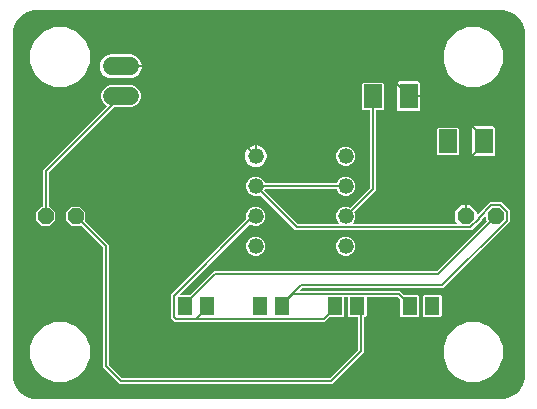
<source format=gbr>
G04 EAGLE Gerber RS-274X export*
G75*
%MOMM*%
%FSLAX34Y34*%
%LPD*%
%INTop Copper*%
%IPPOS*%
%AMOC8*
5,1,8,0,0,1.08239X$1,22.5*%
G01*
%ADD10R,1.500000X2.000000*%
%ADD11C,1.320800*%
%ADD12C,1.524000*%
%ADD13P,1.429621X8X22.500000*%
%ADD14P,1.429621X8X202.500000*%
%ADD15R,1.300000X1.600000*%
%ADD16C,0.203200*%

G36*
X423818Y10155D02*
X423818Y10155D01*
X426408Y10325D01*
X426409Y10325D01*
X431412Y11666D01*
X431413Y11666D01*
X435898Y14256D01*
X435898Y14257D01*
X435899Y14256D01*
X439562Y17919D01*
X439562Y17920D01*
X442152Y22405D01*
X442152Y22406D01*
X443493Y27409D01*
X443493Y27410D01*
X443493Y27416D01*
X443496Y27451D01*
X443497Y27476D01*
X443500Y27510D01*
X443502Y27545D01*
X443504Y27570D01*
X443506Y27605D01*
X443508Y27640D01*
X443510Y27664D01*
X443512Y27699D01*
X443514Y27734D01*
X443516Y27759D01*
X443518Y27794D01*
X443520Y27828D01*
X443521Y27828D01*
X443520Y27828D01*
X443522Y27853D01*
X443524Y27888D01*
X443527Y27923D01*
X443528Y27948D01*
X443531Y27982D01*
X443532Y28007D01*
X443534Y28042D01*
X443535Y28042D01*
X443534Y28042D01*
X443537Y28077D01*
X443538Y28102D01*
X443541Y28136D01*
X443543Y28171D01*
X443545Y28196D01*
X443547Y28231D01*
X443549Y28266D01*
X443551Y28290D01*
X443551Y28291D01*
X443553Y28325D01*
X443555Y28360D01*
X443557Y28385D01*
X443559Y28420D01*
X443563Y28479D01*
X443565Y28514D01*
X443567Y28539D01*
X443569Y28574D01*
X443572Y28608D01*
X443572Y28609D01*
X443573Y28633D01*
X443576Y28668D01*
X443578Y28703D01*
X443579Y28728D01*
X443582Y28762D01*
X443582Y28763D01*
X443584Y28797D01*
X443586Y28822D01*
X443588Y28857D01*
X443590Y28892D01*
X443592Y28917D01*
X443594Y28951D01*
X443598Y29011D01*
X443600Y29046D01*
X443602Y29071D01*
X443604Y29105D01*
X443606Y29140D01*
X443608Y29165D01*
X443610Y29200D01*
X443613Y29235D01*
X443614Y29259D01*
X443617Y29294D01*
X443619Y29329D01*
X443620Y29354D01*
X443623Y29389D01*
X443625Y29423D01*
X443627Y29448D01*
X443629Y29483D01*
X443631Y29508D01*
X443633Y29543D01*
X443635Y29577D01*
X443637Y29602D01*
X443639Y29637D01*
X443641Y29672D01*
X443643Y29697D01*
X443645Y29731D01*
X443647Y29766D01*
X443648Y29766D01*
X443647Y29766D01*
X443649Y29791D01*
X443651Y29826D01*
X443654Y29861D01*
X443655Y29885D01*
X443658Y29920D01*
X443660Y29955D01*
X443661Y29980D01*
X443662Y29980D01*
X443661Y29980D01*
X443663Y30000D01*
X443663Y320000D01*
X443493Y322590D01*
X443493Y322591D01*
X442152Y327594D01*
X442152Y327595D01*
X439562Y332080D01*
X439561Y332080D01*
X439562Y332081D01*
X435899Y335744D01*
X435898Y335744D01*
X431413Y338334D01*
X431412Y338334D01*
X426409Y339675D01*
X426408Y339675D01*
X426368Y339678D01*
X426367Y339678D01*
X426292Y339683D01*
X426216Y339688D01*
X426140Y339693D01*
X426064Y339698D01*
X425988Y339703D01*
X425913Y339708D01*
X425837Y339713D01*
X425761Y339717D01*
X425685Y339722D01*
X425609Y339727D01*
X425534Y339732D01*
X425533Y339732D01*
X425458Y339737D01*
X425382Y339742D01*
X425306Y339747D01*
X425230Y339752D01*
X425155Y339757D01*
X425154Y339757D01*
X425079Y339762D01*
X425003Y339767D01*
X424927Y339772D01*
X424851Y339777D01*
X424775Y339782D01*
X424700Y339787D01*
X424624Y339792D01*
X424548Y339797D01*
X424472Y339802D01*
X424396Y339807D01*
X424321Y339812D01*
X424320Y339812D01*
X424245Y339817D01*
X424169Y339822D01*
X424093Y339827D01*
X424017Y339832D01*
X423942Y339837D01*
X423941Y339837D01*
X423866Y339842D01*
X423818Y339845D01*
X30000Y339845D01*
X29952Y339842D01*
X29877Y339837D01*
X29876Y339837D01*
X29801Y339832D01*
X29725Y339827D01*
X29649Y339822D01*
X29573Y339817D01*
X29498Y339812D01*
X29497Y339812D01*
X29422Y339807D01*
X29346Y339802D01*
X29270Y339797D01*
X29194Y339792D01*
X29119Y339787D01*
X29118Y339787D01*
X29043Y339782D01*
X28967Y339777D01*
X28891Y339772D01*
X28815Y339767D01*
X28739Y339762D01*
X28664Y339757D01*
X28663Y339757D01*
X28588Y339752D01*
X28512Y339747D01*
X28436Y339742D01*
X28360Y339737D01*
X28285Y339732D01*
X28284Y339732D01*
X28209Y339727D01*
X28133Y339722D01*
X28057Y339717D01*
X27981Y339713D01*
X27905Y339708D01*
X27830Y339703D01*
X27829Y339703D01*
X27754Y339698D01*
X27678Y339693D01*
X27602Y339688D01*
X27526Y339683D01*
X27451Y339678D01*
X27450Y339678D01*
X27410Y339675D01*
X27409Y339675D01*
X22406Y338334D01*
X22405Y338334D01*
X17920Y335744D01*
X17920Y335743D01*
X17919Y335744D01*
X14256Y332081D01*
X14256Y332080D01*
X11666Y327595D01*
X11666Y327594D01*
X10325Y322591D01*
X10325Y322590D01*
X10324Y322576D01*
X10322Y322541D01*
X10320Y322516D01*
X10318Y322482D01*
X10318Y322481D01*
X10316Y322447D01*
X10314Y322422D01*
X10312Y322387D01*
X10309Y322352D01*
X10308Y322327D01*
X10305Y322293D01*
X10303Y322258D01*
X10302Y322233D01*
X10299Y322198D01*
X10297Y322164D01*
X10297Y322163D01*
X10295Y322139D01*
X10293Y322104D01*
X10291Y322069D01*
X10289Y322044D01*
X10287Y322009D01*
X10283Y321950D01*
X10281Y321915D01*
X10279Y321890D01*
X10277Y321855D01*
X10275Y321821D01*
X10274Y321821D01*
X10275Y321821D01*
X10273Y321796D01*
X10271Y321761D01*
X10268Y321726D01*
X10267Y321701D01*
X10264Y321667D01*
X10262Y321632D01*
X10261Y321607D01*
X10260Y321607D01*
X10258Y321572D01*
X10256Y321537D01*
X10254Y321513D01*
X10252Y321478D01*
X10250Y321443D01*
X10248Y321418D01*
X10246Y321383D01*
X10244Y321349D01*
X10242Y321324D01*
X10240Y321289D01*
X10237Y321254D01*
X10236Y321229D01*
X10233Y321195D01*
X10231Y321160D01*
X10230Y321135D01*
X10227Y321100D01*
X10225Y321065D01*
X10223Y321041D01*
X10221Y321006D01*
X10217Y320946D01*
X10215Y320911D01*
X10213Y320887D01*
X10213Y320886D01*
X10211Y320852D01*
X10209Y320817D01*
X10207Y320792D01*
X10205Y320757D01*
X10203Y320723D01*
X10201Y320698D01*
X10199Y320663D01*
X10196Y320628D01*
X10195Y320603D01*
X10192Y320569D01*
X10192Y320568D01*
X10190Y320534D01*
X10189Y320509D01*
X10186Y320474D01*
X10184Y320439D01*
X10182Y320414D01*
X10180Y320380D01*
X10178Y320345D01*
X10176Y320320D01*
X10174Y320285D01*
X10172Y320251D01*
X10172Y320250D01*
X10170Y320226D01*
X10168Y320191D01*
X10165Y320156D01*
X10164Y320131D01*
X10162Y320097D01*
X10161Y320096D01*
X10162Y320096D01*
X10159Y320062D01*
X10158Y320037D01*
X10155Y320002D01*
X10155Y320000D01*
X10155Y30000D01*
X10325Y27410D01*
X10325Y27409D01*
X11666Y22406D01*
X11666Y22405D01*
X14256Y17920D01*
X14257Y17920D01*
X14256Y17919D01*
X17919Y14256D01*
X17920Y14256D01*
X22405Y11666D01*
X22406Y11666D01*
X27409Y10325D01*
X27410Y10325D01*
X30000Y10155D01*
X423818Y10155D01*
X423818Y10155D01*
G37*
%LPC*%
G36*
X100550Y22865D02*
X100550Y22865D01*
X86365Y37050D01*
X86365Y138648D01*
X86363Y138650D01*
X86363Y138651D01*
X67455Y157560D01*
X67448Y157560D01*
X66865Y156977D01*
X60135Y156977D01*
X55377Y161735D01*
X55377Y168465D01*
X60135Y173223D01*
X66865Y173223D01*
X71623Y168465D01*
X71623Y161735D01*
X71040Y161152D01*
X71040Y161146D01*
X71040Y161145D01*
X91435Y140750D01*
X91435Y39152D01*
X91437Y39150D01*
X91437Y39149D01*
X102649Y27937D01*
X102651Y27936D01*
X102652Y27935D01*
X278348Y27935D01*
X278350Y27937D01*
X278351Y27937D01*
X302263Y51849D01*
X302264Y51851D01*
X302265Y51852D01*
X302265Y79376D01*
X302260Y79381D01*
X302260Y79380D01*
X302260Y79381D01*
X294471Y79381D01*
X293581Y80271D01*
X293581Y96900D01*
X293576Y96905D01*
X293576Y96904D01*
X293576Y96905D01*
X290624Y96905D01*
X290619Y96900D01*
X290619Y80271D01*
X289729Y79381D01*
X278168Y79381D01*
X278166Y79379D01*
X278165Y79379D01*
X274610Y75825D01*
X146998Y75825D01*
X144025Y78798D01*
X144025Y99002D01*
X207988Y162966D01*
X207988Y162968D01*
X207989Y162968D01*
X207988Y162970D01*
X207989Y162971D01*
X207777Y163484D01*
X207777Y166716D01*
X209013Y169701D01*
X211299Y171987D01*
X214284Y173223D01*
X217516Y173223D01*
X220501Y171987D01*
X222787Y169701D01*
X224023Y166716D01*
X224023Y163484D01*
X222787Y160499D01*
X220501Y158213D01*
X217516Y156977D01*
X214284Y156977D01*
X211299Y158213D01*
X210856Y158656D01*
X210854Y158656D01*
X210853Y158656D01*
X210849Y158656D01*
X150621Y98428D01*
X150621Y98426D01*
X150620Y98426D01*
X150619Y98425D01*
X150620Y98423D01*
X150620Y98421D01*
X150623Y98421D01*
X150624Y98419D01*
X160032Y98419D01*
X160034Y98421D01*
X160035Y98421D01*
X180247Y118633D01*
X369045Y118633D01*
X369047Y118634D01*
X369049Y118634D01*
X411560Y161145D01*
X411560Y161152D01*
X410977Y161735D01*
X410977Y166311D01*
X410976Y166313D01*
X410976Y166314D01*
X410974Y166314D01*
X410972Y166316D01*
X410971Y166315D01*
X410968Y166315D01*
X407002Y162349D01*
X407002Y162346D01*
X407001Y162345D01*
X407001Y161884D01*
X398538Y153421D01*
X249394Y153421D01*
X219584Y183230D01*
X219582Y183230D01*
X219581Y183232D01*
X219580Y183231D01*
X219579Y183231D01*
X217516Y182377D01*
X214284Y182377D01*
X211299Y183613D01*
X209013Y185899D01*
X207777Y188884D01*
X207777Y192116D01*
X209013Y195101D01*
X211299Y197387D01*
X214284Y198623D01*
X217516Y198623D01*
X220501Y197387D01*
X222787Y195101D01*
X223641Y193038D01*
X223644Y193037D01*
X223646Y193035D01*
X284354Y193035D01*
X284357Y193038D01*
X284359Y193038D01*
X285213Y195101D01*
X287499Y197387D01*
X290484Y198623D01*
X293716Y198623D01*
X296701Y197387D01*
X298987Y195101D01*
X300223Y192116D01*
X300223Y188884D01*
X298987Y185899D01*
X296701Y183613D01*
X293716Y182377D01*
X290484Y182377D01*
X287499Y183613D01*
X285213Y185899D01*
X284359Y187962D01*
X284356Y187963D01*
X284354Y187965D01*
X223646Y187965D01*
X223643Y187962D01*
X223641Y187962D01*
X223169Y186821D01*
X223169Y186820D01*
X223168Y186820D01*
X223170Y186818D01*
X223170Y186816D01*
X251493Y158493D01*
X251495Y158492D01*
X251496Y158491D01*
X287209Y158491D01*
X287210Y158492D01*
X287212Y158492D01*
X287212Y158494D01*
X287214Y158495D01*
X287212Y158497D01*
X287212Y158500D01*
X285213Y160499D01*
X283977Y163484D01*
X283977Y166716D01*
X285213Y169701D01*
X287499Y171987D01*
X290484Y173223D01*
X293716Y173223D01*
X295779Y172369D01*
X295782Y172370D01*
X295784Y172370D01*
X312663Y189249D01*
X312664Y189251D01*
X312665Y189252D01*
X312665Y255176D01*
X312660Y255181D01*
X312660Y255180D01*
X312660Y255181D01*
X307071Y255181D01*
X306181Y256071D01*
X306181Y277329D01*
X307071Y278219D01*
X323329Y278219D01*
X324219Y277329D01*
X324219Y256071D01*
X323329Y255181D01*
X317740Y255181D01*
X317735Y255176D01*
X317736Y255176D01*
X317735Y255176D01*
X317735Y187150D01*
X316249Y185663D01*
X299370Y168784D01*
X299369Y168781D01*
X299369Y168779D01*
X300223Y166716D01*
X300223Y163484D01*
X298987Y160499D01*
X296988Y158500D01*
X296987Y158498D01*
X296986Y158497D01*
X296987Y158495D01*
X296987Y158493D01*
X296989Y158493D01*
X296991Y158491D01*
X387372Y158491D01*
X387373Y158492D01*
X387375Y158492D01*
X387375Y158494D01*
X387377Y158495D01*
X387375Y158497D01*
X387376Y158500D01*
X384561Y161314D01*
X384561Y165095D01*
X393700Y165095D01*
X393705Y165099D01*
X393705Y165100D01*
X393705Y174239D01*
X397486Y174239D01*
X402839Y168886D01*
X402839Y165368D01*
X402840Y165367D01*
X402840Y165365D01*
X402842Y165365D01*
X402844Y165363D01*
X402844Y165364D01*
X402845Y165364D01*
X402846Y165365D01*
X402848Y165365D01*
X403417Y165934D01*
X414262Y176779D01*
X423938Y176779D01*
X430779Y169938D01*
X430779Y160262D01*
X374480Y103963D01*
X255251Y103963D01*
X255249Y103962D01*
X255247Y103962D01*
X253269Y101984D01*
X253269Y101982D01*
X253268Y101981D01*
X253269Y101979D01*
X253269Y101977D01*
X253271Y101977D01*
X253272Y101975D01*
X338110Y101975D01*
X341665Y98421D01*
X341667Y98420D01*
X341668Y98419D01*
X353229Y98419D01*
X354119Y97529D01*
X354119Y80271D01*
X353229Y79381D01*
X338971Y79381D01*
X338081Y80271D01*
X338081Y94832D01*
X338079Y94834D01*
X338079Y94835D01*
X336011Y96903D01*
X336009Y96904D01*
X336008Y96905D01*
X309624Y96905D01*
X309619Y96900D01*
X309619Y80271D01*
X308729Y79381D01*
X307340Y79381D01*
X307335Y79376D01*
X307336Y79376D01*
X307335Y79376D01*
X307335Y49750D01*
X280450Y22865D01*
X100550Y22865D01*
G37*
%LPD*%
%LPC*%
G36*
X44996Y274845D02*
X44996Y274845D01*
X35751Y278674D01*
X28674Y285751D01*
X24845Y294996D01*
X24845Y305004D01*
X28674Y314249D01*
X35751Y321326D01*
X44996Y325155D01*
X55004Y325155D01*
X64249Y321326D01*
X71326Y314249D01*
X75155Y305004D01*
X75155Y294996D01*
X71326Y285751D01*
X64249Y278674D01*
X55004Y274845D01*
X44996Y274845D01*
G37*
%LPD*%
%LPC*%
G36*
X394996Y274845D02*
X394996Y274845D01*
X385751Y278674D01*
X378674Y285751D01*
X374845Y294996D01*
X374845Y305004D01*
X378674Y314249D01*
X385751Y321326D01*
X394996Y325155D01*
X405004Y325155D01*
X414249Y321326D01*
X421326Y314249D01*
X425155Y305004D01*
X425155Y294996D01*
X421326Y285751D01*
X414249Y278674D01*
X405004Y274845D01*
X394996Y274845D01*
G37*
%LPD*%
%LPC*%
G36*
X44996Y24845D02*
X44996Y24845D01*
X35751Y28674D01*
X28674Y35751D01*
X24845Y44996D01*
X24845Y55004D01*
X28674Y64249D01*
X35751Y71326D01*
X44996Y75155D01*
X55004Y75155D01*
X64249Y71326D01*
X71326Y64249D01*
X75155Y55004D01*
X75155Y44996D01*
X71326Y35751D01*
X64249Y28674D01*
X55004Y24845D01*
X44996Y24845D01*
G37*
%LPD*%
%LPC*%
G36*
X394996Y24845D02*
X394996Y24845D01*
X385751Y28674D01*
X378674Y35751D01*
X374845Y44996D01*
X374845Y55004D01*
X378674Y64249D01*
X385751Y71326D01*
X394996Y75155D01*
X405004Y75155D01*
X414249Y71326D01*
X421326Y64249D01*
X425155Y55004D01*
X425155Y44996D01*
X421326Y35751D01*
X414249Y28674D01*
X405004Y24845D01*
X394996Y24845D01*
G37*
%LPD*%
%LPC*%
G36*
X34735Y156977D02*
X34735Y156977D01*
X29977Y161735D01*
X29977Y168465D01*
X34735Y173223D01*
X35560Y173223D01*
X35565Y173228D01*
X35564Y173228D01*
X35565Y173228D01*
X35565Y204250D01*
X37051Y205737D01*
X89833Y258518D01*
X89833Y258519D01*
X89834Y258519D01*
X89833Y258521D01*
X89833Y258525D01*
X89832Y258525D01*
X89831Y258526D01*
X88803Y258952D01*
X86232Y261523D01*
X84841Y264882D01*
X84841Y268518D01*
X86232Y271877D01*
X88803Y274448D01*
X92162Y275839D01*
X111038Y275839D01*
X114397Y274448D01*
X116968Y271877D01*
X118359Y268518D01*
X118359Y264882D01*
X116968Y261523D01*
X114397Y258952D01*
X111038Y257561D01*
X96048Y257561D01*
X96046Y257559D01*
X96045Y257559D01*
X40637Y202151D01*
X40637Y202149D01*
X40635Y202148D01*
X40635Y173228D01*
X40640Y173223D01*
X40640Y173224D01*
X40640Y173223D01*
X41465Y173223D01*
X46223Y168465D01*
X46223Y161735D01*
X41465Y156977D01*
X34735Y156977D01*
G37*
%LPD*%
%LPC*%
G36*
X370571Y217081D02*
X370571Y217081D01*
X369681Y217971D01*
X369681Y239229D01*
X370571Y240119D01*
X386829Y240119D01*
X387719Y239229D01*
X387719Y217971D01*
X386829Y217081D01*
X370571Y217081D01*
G37*
%LPD*%
%LPC*%
G36*
X357971Y79381D02*
X357971Y79381D01*
X357081Y80271D01*
X357081Y97529D01*
X357971Y98419D01*
X372229Y98419D01*
X373119Y97529D01*
X373119Y80271D01*
X372229Y79381D01*
X357971Y79381D01*
G37*
%LPD*%
%LPC*%
G36*
X290484Y131577D02*
X290484Y131577D01*
X287499Y132813D01*
X285213Y135099D01*
X283977Y138084D01*
X283977Y141316D01*
X285213Y144301D01*
X287499Y146587D01*
X290484Y147823D01*
X293716Y147823D01*
X296701Y146587D01*
X298987Y144301D01*
X300223Y141316D01*
X300223Y138084D01*
X298987Y135099D01*
X296701Y132813D01*
X293716Y131577D01*
X290484Y131577D01*
G37*
%LPD*%
%LPC*%
G36*
X214284Y131577D02*
X214284Y131577D01*
X211299Y132813D01*
X209013Y135099D01*
X207777Y138084D01*
X207777Y141316D01*
X209013Y144301D01*
X211299Y146587D01*
X214284Y147823D01*
X217516Y147823D01*
X220501Y146587D01*
X222787Y144301D01*
X224023Y141316D01*
X224023Y138084D01*
X222787Y135099D01*
X220501Y132813D01*
X217516Y131577D01*
X214284Y131577D01*
G37*
%LPD*%
%LPC*%
G36*
X290484Y207777D02*
X290484Y207777D01*
X287499Y209013D01*
X285213Y211299D01*
X283977Y214284D01*
X283977Y217516D01*
X285213Y220501D01*
X287499Y222787D01*
X290484Y224023D01*
X293716Y224023D01*
X296701Y222787D01*
X298987Y220501D01*
X300223Y217516D01*
X300223Y214284D01*
X298987Y211299D01*
X296701Y209013D01*
X293716Y207777D01*
X290484Y207777D01*
G37*
%LPD*%
%LPC*%
G36*
X101605Y292095D02*
X101605Y292095D01*
X119375Y292095D01*
X119375Y291100D01*
X119373Y291089D01*
X119371Y291079D01*
X119368Y291064D01*
X119365Y291049D01*
X119363Y291039D01*
X119360Y291024D01*
X119357Y291009D01*
X119355Y291000D01*
X119355Y290999D01*
X119352Y290985D01*
X119349Y290970D01*
X119347Y290960D01*
X119344Y290945D01*
X119341Y290930D01*
X119339Y290920D01*
X119336Y290905D01*
X119334Y290890D01*
X119333Y290890D01*
X119334Y290890D01*
X119329Y290865D01*
X119326Y290850D01*
X119321Y290826D01*
X119318Y290811D01*
X119313Y290786D01*
X119310Y290771D01*
X119305Y290746D01*
X119302Y290731D01*
X119297Y290706D01*
X119294Y290691D01*
X119291Y290677D01*
X119291Y290676D01*
X119289Y290667D01*
X119286Y290652D01*
X119283Y290637D01*
X119281Y290627D01*
X119278Y290612D01*
X119275Y290597D01*
X119273Y290587D01*
X119270Y290572D01*
X119267Y290557D01*
X119265Y290547D01*
X119262Y290532D01*
X119259Y290518D01*
X119259Y290517D01*
X119257Y290508D01*
X119254Y290493D01*
X119251Y290478D01*
X119250Y290468D01*
X119249Y290468D01*
X119247Y290453D01*
X119244Y290438D01*
X119239Y290413D01*
X119236Y290398D01*
X119231Y290373D01*
X119228Y290359D01*
X119228Y290358D01*
X119223Y290334D01*
X119220Y290319D01*
X119215Y290294D01*
X119212Y290279D01*
X119207Y290254D01*
X119204Y290239D01*
X119201Y290224D01*
X119199Y290214D01*
X119196Y290200D01*
X119196Y290199D01*
X119193Y290185D01*
X119191Y290175D01*
X119188Y290160D01*
X119185Y290145D01*
X119183Y290135D01*
X119180Y290120D01*
X119177Y290105D01*
X119175Y290095D01*
X119172Y290080D01*
X119169Y290065D01*
X119167Y290055D01*
X119165Y290041D01*
X119164Y290041D01*
X119165Y290040D01*
X119162Y290026D01*
X119160Y290016D01*
X119157Y290001D01*
X119154Y289986D01*
X119149Y289961D01*
X119146Y289946D01*
X119141Y289921D01*
X119138Y289906D01*
X119133Y289882D01*
X119133Y289881D01*
X119130Y289867D01*
X119125Y289842D01*
X119122Y289827D01*
X119117Y289802D01*
X119114Y289787D01*
X119109Y289762D01*
X119106Y289747D01*
X119103Y289732D01*
X119101Y289723D01*
X119101Y289722D01*
X119098Y289708D01*
X119095Y289693D01*
X119093Y289683D01*
X119090Y289668D01*
X119087Y289653D01*
X119085Y289643D01*
X119082Y289628D01*
X119080Y289613D01*
X119079Y289613D01*
X119080Y289613D01*
X119078Y289603D01*
X119075Y289588D01*
X119072Y289573D01*
X119070Y289564D01*
X119067Y289549D01*
X119064Y289534D01*
X119059Y289509D01*
X119056Y289494D01*
X119051Y289469D01*
X119048Y289454D01*
X119043Y289429D01*
X119040Y289414D01*
X119035Y289390D01*
X119032Y289375D01*
X119027Y289350D01*
X119024Y289335D01*
X119019Y289310D01*
X119016Y289295D01*
X119013Y289280D01*
X119011Y289270D01*
X119008Y289255D01*
X119005Y289241D01*
X119003Y289231D01*
X119000Y289216D01*
X118997Y289201D01*
X118996Y289191D01*
X118995Y289191D01*
X118993Y289176D01*
X118990Y289161D01*
X118988Y289151D01*
X118985Y289138D01*
X118219Y287290D01*
X117108Y285626D01*
X115694Y284212D01*
X114030Y283101D01*
X112182Y282335D01*
X110220Y281945D01*
X101605Y281945D01*
X101605Y292095D01*
G37*
%LPD*%
%LPC*%
G36*
X101605Y292105D02*
X101605Y292105D01*
X101605Y302255D01*
X110220Y302255D01*
X112182Y301865D01*
X114030Y301099D01*
X115694Y299988D01*
X117108Y298574D01*
X118219Y296910D01*
X118985Y295062D01*
X119375Y293100D01*
X119375Y292105D01*
X101605Y292105D01*
G37*
%LPD*%
%LPC*%
G36*
X83825Y292105D02*
X83825Y292105D01*
X83825Y293100D01*
X83826Y293105D01*
X83829Y293120D01*
X83834Y293145D01*
X83837Y293160D01*
X83842Y293184D01*
X83842Y293185D01*
X83845Y293199D01*
X83847Y293214D01*
X83848Y293214D01*
X83847Y293214D01*
X83849Y293224D01*
X83852Y293239D01*
X83855Y293254D01*
X83857Y293264D01*
X83860Y293279D01*
X83863Y293294D01*
X83865Y293304D01*
X83868Y293319D01*
X83871Y293334D01*
X83873Y293343D01*
X83876Y293358D01*
X83879Y293373D01*
X83881Y293383D01*
X83884Y293398D01*
X83887Y293413D01*
X83892Y293438D01*
X83895Y293453D01*
X83900Y293478D01*
X83903Y293493D01*
X83908Y293517D01*
X83911Y293532D01*
X83916Y293557D01*
X83919Y293572D01*
X83924Y293597D01*
X83927Y293612D01*
X83931Y293637D01*
X83932Y293637D01*
X83934Y293652D01*
X83937Y293666D01*
X83939Y293676D01*
X83942Y293691D01*
X83945Y293706D01*
X83947Y293716D01*
X83950Y293731D01*
X83953Y293746D01*
X83955Y293756D01*
X83958Y293771D01*
X83961Y293786D01*
X83963Y293796D01*
X83966Y293811D01*
X83969Y293825D01*
X83971Y293835D01*
X83974Y293850D01*
X83977Y293865D01*
X83982Y293890D01*
X83985Y293905D01*
X83990Y293930D01*
X83993Y293945D01*
X83998Y293970D01*
X84001Y293984D01*
X84006Y294009D01*
X84009Y294024D01*
X84014Y294049D01*
X84016Y294064D01*
X84017Y294064D01*
X84016Y294064D01*
X84021Y294089D01*
X84024Y294104D01*
X84027Y294119D01*
X84029Y294129D01*
X84032Y294143D01*
X84035Y294158D01*
X84037Y294168D01*
X84040Y294183D01*
X84043Y294198D01*
X84045Y294208D01*
X84048Y294223D01*
X84051Y294238D01*
X84053Y294248D01*
X84056Y294263D01*
X84059Y294278D01*
X84061Y294288D01*
X84064Y294302D01*
X84067Y294317D01*
X84069Y294327D01*
X84072Y294342D01*
X84075Y294357D01*
X84080Y294382D01*
X84083Y294397D01*
X84088Y294422D01*
X84091Y294437D01*
X84096Y294461D01*
X84099Y294476D01*
X84103Y294501D01*
X84106Y294516D01*
X84111Y294541D01*
X84114Y294556D01*
X84117Y294571D01*
X84119Y294581D01*
X84122Y294596D01*
X84125Y294610D01*
X84125Y294611D01*
X84127Y294620D01*
X84130Y294635D01*
X84133Y294650D01*
X84135Y294660D01*
X84138Y294675D01*
X84141Y294690D01*
X84143Y294700D01*
X84146Y294715D01*
X84149Y294730D01*
X84151Y294740D01*
X84154Y294755D01*
X84157Y294769D01*
X84157Y294770D01*
X84159Y294779D01*
X84162Y294794D01*
X84165Y294809D01*
X84170Y294834D01*
X84173Y294849D01*
X84178Y294874D01*
X84181Y294889D01*
X84185Y294914D01*
X84186Y294914D01*
X84188Y294928D01*
X84188Y294929D01*
X84193Y294953D01*
X84196Y294968D01*
X84201Y294993D01*
X84204Y295008D01*
X84207Y295023D01*
X84209Y295033D01*
X84212Y295048D01*
X84215Y295062D01*
X84981Y296910D01*
X86092Y298574D01*
X87506Y299988D01*
X89170Y301099D01*
X91018Y301865D01*
X92980Y302255D01*
X101595Y302255D01*
X101595Y292105D01*
X83825Y292105D01*
G37*
%LPD*%
%LPC*%
G36*
X92980Y281945D02*
X92980Y281945D01*
X91018Y282335D01*
X89170Y283101D01*
X87506Y284212D01*
X86092Y285626D01*
X84981Y287290D01*
X84215Y289138D01*
X83825Y291100D01*
X83825Y292095D01*
X101595Y292095D01*
X101595Y281945D01*
X92980Y281945D01*
G37*
%LPD*%
%LPC*%
G36*
X408705Y228605D02*
X408705Y228605D01*
X408705Y241135D01*
X416704Y241135D01*
X417636Y240749D01*
X418349Y240036D01*
X418735Y239104D01*
X418735Y228605D01*
X408705Y228605D01*
G37*
%LPD*%
%LPC*%
G36*
X345205Y266705D02*
X345205Y266705D01*
X345205Y279235D01*
X353204Y279235D01*
X354136Y278849D01*
X354849Y278136D01*
X355235Y277204D01*
X355235Y266705D01*
X345205Y266705D01*
G37*
%LPD*%
%LPC*%
G36*
X335165Y266705D02*
X335165Y266705D01*
X335165Y277204D01*
X335551Y278136D01*
X336264Y278849D01*
X337196Y279235D01*
X345195Y279235D01*
X345195Y266705D01*
X335165Y266705D01*
G37*
%LPD*%
%LPC*%
G36*
X398665Y228605D02*
X398665Y228605D01*
X398665Y239104D01*
X399051Y240036D01*
X399764Y240749D01*
X400696Y241135D01*
X408695Y241135D01*
X408695Y228605D01*
X398665Y228605D01*
G37*
%LPD*%
%LPC*%
G36*
X408705Y216065D02*
X408705Y216065D01*
X408705Y228595D01*
X418735Y228595D01*
X418735Y218096D01*
X418349Y217164D01*
X417636Y216451D01*
X416704Y216065D01*
X408705Y216065D01*
G37*
%LPD*%
%LPC*%
G36*
X345205Y254165D02*
X345205Y254165D01*
X345205Y266695D01*
X355235Y266695D01*
X355235Y256196D01*
X354849Y255264D01*
X354136Y254551D01*
X353204Y254165D01*
X345205Y254165D01*
G37*
%LPD*%
%LPC*%
G36*
X400696Y216065D02*
X400696Y216065D01*
X399764Y216451D01*
X399051Y217164D01*
X398665Y218096D01*
X398665Y228595D01*
X408695Y228595D01*
X408695Y216065D01*
X400696Y216065D01*
G37*
%LPD*%
%LPC*%
G36*
X337196Y254165D02*
X337196Y254165D01*
X336264Y254551D01*
X335551Y255264D01*
X335165Y256196D01*
X335165Y266695D01*
X345195Y266695D01*
X345195Y254165D01*
X337196Y254165D01*
G37*
%LPD*%
%LPC*%
G36*
X384561Y165105D02*
X384561Y165105D01*
X384561Y168886D01*
X389914Y174239D01*
X393695Y174239D01*
X393695Y165105D01*
X384561Y165105D01*
G37*
%LPD*%
%LPC*%
G36*
X215905Y206761D02*
X215905Y206761D01*
X215905Y215895D01*
X225039Y215895D01*
X225039Y215000D01*
X225037Y214988D01*
X225034Y214973D01*
X225032Y214963D01*
X225029Y214948D01*
X225026Y214933D01*
X225021Y214908D01*
X225018Y214893D01*
X225013Y214868D01*
X225010Y214853D01*
X225005Y214829D01*
X225002Y214814D01*
X224999Y214799D01*
X224997Y214789D01*
X224994Y214774D01*
X224991Y214759D01*
X224989Y214749D01*
X224986Y214734D01*
X224983Y214719D01*
X224981Y214709D01*
X224978Y214694D01*
X224975Y214680D01*
X224975Y214679D01*
X224971Y214655D01*
X224968Y214640D01*
X224963Y214615D01*
X224960Y214600D01*
X224955Y214575D01*
X224952Y214560D01*
X224947Y214535D01*
X224944Y214521D01*
X224944Y214520D01*
X224941Y214506D01*
X224939Y214496D01*
X224936Y214481D01*
X224933Y214466D01*
X224931Y214456D01*
X224928Y214441D01*
X224925Y214426D01*
X224923Y214416D01*
X224920Y214401D01*
X224917Y214386D01*
X224912Y214362D01*
X224912Y214361D01*
X224909Y214347D01*
X224904Y214322D01*
X224901Y214307D01*
X224896Y214282D01*
X224893Y214267D01*
X224890Y214252D01*
X224889Y214242D01*
X224888Y214242D01*
X224886Y214227D01*
X224883Y214212D01*
X224881Y214203D01*
X224881Y214202D01*
X224878Y214188D01*
X224875Y214173D01*
X224873Y214163D01*
X224870Y214148D01*
X224867Y214133D01*
X224862Y214108D01*
X224859Y214093D01*
X224854Y214068D01*
X224851Y214053D01*
X224846Y214029D01*
X224843Y214014D01*
X224840Y213999D01*
X224838Y213989D01*
X224835Y213974D01*
X224832Y213959D01*
X224830Y213949D01*
X224827Y213934D01*
X224824Y213919D01*
X224822Y213909D01*
X224819Y213894D01*
X224816Y213880D01*
X224816Y213879D01*
X224811Y213855D01*
X224808Y213840D01*
X224804Y213815D01*
X224803Y213815D01*
X224801Y213800D01*
X224796Y213775D01*
X224793Y213760D01*
X224788Y213735D01*
X224785Y213721D01*
X224785Y213720D01*
X224782Y213706D01*
X224780Y213696D01*
X224777Y213681D01*
X224774Y213666D01*
X224772Y213656D01*
X224769Y213641D01*
X224766Y213626D01*
X224764Y213616D01*
X224761Y213601D01*
X224758Y213586D01*
X224753Y213562D01*
X224753Y213561D01*
X224750Y213547D01*
X224745Y213522D01*
X224742Y213507D01*
X224737Y213482D01*
X224734Y213467D01*
X224731Y213452D01*
X224729Y213442D01*
X224726Y213427D01*
X224723Y213412D01*
X224721Y213403D01*
X224719Y213388D01*
X224718Y213388D01*
X224719Y213388D01*
X224716Y213373D01*
X224714Y213363D01*
X224711Y213348D01*
X224708Y213333D01*
X224703Y213308D01*
X224700Y213293D01*
X224695Y213268D01*
X224692Y213253D01*
X224688Y213234D01*
X223999Y211571D01*
X222999Y210074D01*
X221726Y208801D01*
X220229Y207801D01*
X218566Y207112D01*
X216800Y206761D01*
X215905Y206761D01*
G37*
%LPD*%
%LPC*%
G36*
X206761Y215905D02*
X206761Y215905D01*
X206761Y216800D01*
X206764Y216815D01*
X206769Y216840D01*
X206772Y216855D01*
X206777Y216879D01*
X206780Y216894D01*
X206782Y216909D01*
X206783Y216909D01*
X206782Y216909D01*
X206784Y216919D01*
X206787Y216934D01*
X206790Y216949D01*
X206792Y216959D01*
X206795Y216974D01*
X206798Y216989D01*
X206800Y216999D01*
X206803Y217014D01*
X206806Y217028D01*
X206811Y217053D01*
X206814Y217068D01*
X206819Y217093D01*
X206822Y217108D01*
X206827Y217133D01*
X206830Y217148D01*
X206835Y217173D01*
X206838Y217187D01*
X206841Y217202D01*
X206843Y217212D01*
X206846Y217227D01*
X206849Y217242D01*
X206851Y217252D01*
X206854Y217267D01*
X206857Y217282D01*
X206859Y217292D01*
X206862Y217307D01*
X206865Y217322D01*
X206869Y217346D01*
X206872Y217361D01*
X206877Y217386D01*
X206880Y217401D01*
X206885Y217426D01*
X206888Y217441D01*
X206891Y217456D01*
X206893Y217466D01*
X206896Y217481D01*
X206899Y217495D01*
X206899Y217496D01*
X206901Y217505D01*
X206904Y217520D01*
X206907Y217535D01*
X206909Y217545D01*
X206912Y217560D01*
X206915Y217575D01*
X206920Y217600D01*
X206923Y217615D01*
X206928Y217640D01*
X206931Y217654D01*
X206931Y217655D01*
X206936Y217679D01*
X206939Y217694D01*
X206942Y217709D01*
X206944Y217719D01*
X206947Y217734D01*
X206950Y217749D01*
X206951Y217759D01*
X206952Y217759D01*
X206954Y217774D01*
X206957Y217789D01*
X206959Y217799D01*
X206962Y217813D01*
X206962Y217814D01*
X206965Y217828D01*
X206967Y217838D01*
X206970Y217853D01*
X206973Y217868D01*
X206978Y217893D01*
X206981Y217908D01*
X206986Y217933D01*
X206989Y217948D01*
X206994Y217972D01*
X206994Y217973D01*
X206997Y217987D01*
X207000Y218002D01*
X207002Y218012D01*
X207005Y218027D01*
X207008Y218042D01*
X207010Y218052D01*
X207013Y218067D01*
X207016Y218082D01*
X207018Y218092D01*
X207021Y218107D01*
X207024Y218122D01*
X207029Y218146D01*
X207032Y218161D01*
X207036Y218186D01*
X207037Y218186D01*
X207039Y218201D01*
X207044Y218226D01*
X207047Y218241D01*
X207050Y218256D01*
X207052Y218266D01*
X207055Y218281D01*
X207058Y218295D01*
X207058Y218296D01*
X207060Y218305D01*
X207063Y218320D01*
X207066Y218335D01*
X207068Y218345D01*
X207071Y218360D01*
X207074Y218375D01*
X207079Y218400D01*
X207082Y218415D01*
X207087Y218440D01*
X207090Y218454D01*
X207090Y218455D01*
X207095Y218479D01*
X207098Y218494D01*
X207103Y218519D01*
X207106Y218534D01*
X207109Y218549D01*
X207111Y218559D01*
X207112Y218566D01*
X207801Y220229D01*
X208801Y221726D01*
X210074Y222999D01*
X211571Y223999D01*
X213234Y224688D01*
X215000Y225039D01*
X215895Y225039D01*
X215895Y215905D01*
X206761Y215905D01*
G37*
%LPD*%
%LPC*%
G36*
X215905Y215905D02*
X215905Y215905D01*
X215905Y225039D01*
X216800Y225039D01*
X218566Y224688D01*
X220229Y223999D01*
X221726Y222999D01*
X222999Y221726D01*
X223999Y220229D01*
X224688Y218566D01*
X225039Y216800D01*
X225039Y215905D01*
X215905Y215905D01*
G37*
%LPD*%
%LPC*%
G36*
X215000Y206761D02*
X215000Y206761D01*
X213234Y207112D01*
X211571Y207801D01*
X210074Y208801D01*
X208801Y210074D01*
X207801Y211571D01*
X207112Y213234D01*
X206761Y215000D01*
X206761Y215895D01*
X215895Y215895D01*
X215895Y206761D01*
X215000Y206761D01*
G37*
%LPD*%
D10*
X378700Y228600D03*
X408700Y228600D03*
X315200Y266700D03*
X345200Y266700D03*
D11*
X215900Y215900D03*
X215900Y190500D03*
X292100Y190500D03*
X292100Y215900D03*
X215900Y165100D03*
X215900Y139700D03*
X292100Y165100D03*
X292100Y139700D03*
D12*
X109220Y266700D02*
X93980Y266700D01*
X93980Y292100D02*
X109220Y292100D01*
D13*
X38100Y165100D03*
X63500Y165100D03*
D14*
X419100Y165100D03*
X393700Y165100D03*
D15*
X346100Y88900D03*
X365100Y88900D03*
X219100Y88900D03*
X238100Y88900D03*
X282600Y88900D03*
X301600Y88900D03*
X155600Y88900D03*
X174600Y88900D03*
D16*
X215900Y190500D02*
X292100Y190500D01*
X238100Y90400D02*
X238100Y88900D01*
X238100Y90400D02*
X254199Y106499D01*
X373430Y106499D01*
X428244Y161312D01*
X428244Y168888D01*
X422888Y174244D01*
X415312Y174244D01*
X404466Y163397D01*
X404466Y162934D01*
X397488Y155956D01*
X250444Y155956D01*
X215900Y190500D01*
X346100Y90400D02*
X346100Y88900D01*
X346100Y90400D02*
X337060Y99440D01*
X247140Y99440D01*
X238100Y90400D01*
X238100Y88900D01*
X315200Y188200D02*
X315200Y266700D01*
X315200Y188200D02*
X292100Y165100D01*
X370097Y116097D02*
X419100Y165100D01*
X370097Y116097D02*
X181297Y116097D01*
X155600Y90400D01*
X155600Y88900D01*
X213708Y165100D02*
X215900Y165100D01*
X213708Y165100D02*
X146560Y97952D01*
X146560Y79848D01*
X148048Y78360D01*
X165560Y78360D01*
X174600Y87400D01*
X174600Y88900D01*
X282600Y88900D02*
X282600Y87400D01*
X273560Y78360D01*
X148048Y78360D01*
X146560Y79848D01*
X146560Y97952D01*
X213708Y165100D01*
X215900Y165100D01*
X88900Y139700D02*
X63500Y165100D01*
X88900Y139700D02*
X88900Y38100D01*
X101600Y25400D01*
X279400Y25400D02*
X304800Y50800D01*
X304800Y85700D01*
X301600Y88900D01*
X279400Y25400D02*
X101600Y25400D01*
X38100Y203200D02*
X101600Y266700D01*
X38100Y203200D02*
X38100Y165100D01*
X408700Y226100D02*
X408700Y228600D01*
X408700Y226100D02*
X393700Y211100D01*
X393700Y165100D01*
X215900Y215900D02*
X139700Y292100D01*
X101600Y292100D01*
X215900Y254000D02*
X215900Y215900D01*
X215900Y254000D02*
X254000Y292100D01*
X319800Y292100D02*
X345200Y266700D01*
X319800Y292100D02*
X254000Y292100D01*
X408700Y231100D02*
X408700Y228600D01*
X408700Y231100D02*
X373100Y266700D01*
X345200Y266700D01*
M02*

</source>
